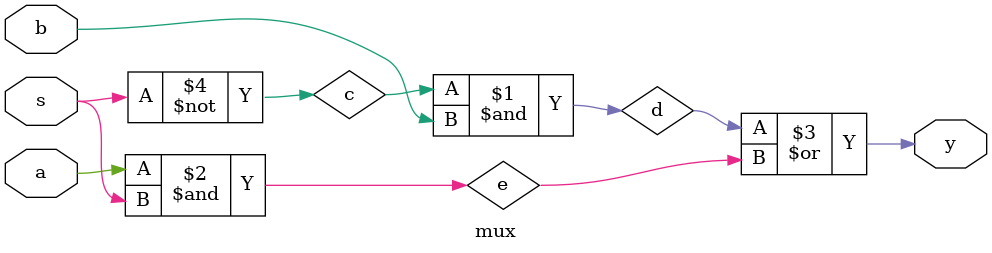
<source format=v>
module mux(a,b,y,s);
  input a,b,s;
  wire c,d,e;
  output y;
  
  not(c,s);
  and(d,c,b);
  and(e,a,s);
  or(y,d,e);
  
  
endmodule
</source>
